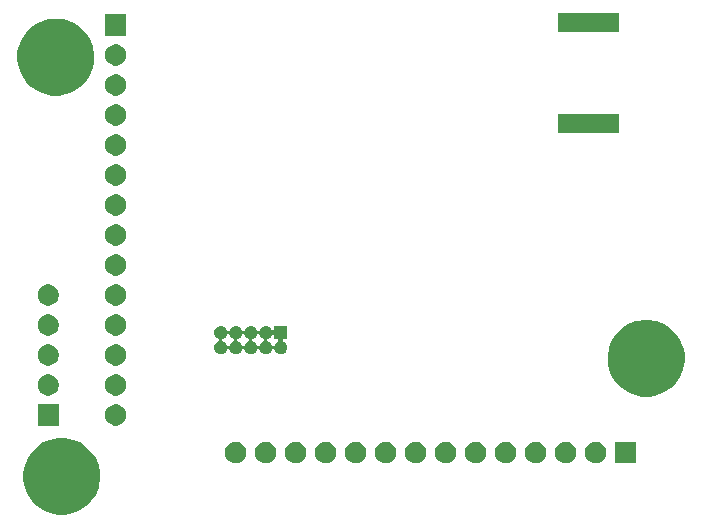
<source format=gbr>
G04 #@! TF.GenerationSoftware,KiCad,Pcbnew,(5.1.5)-3*
G04 #@! TF.CreationDate,2020-02-12T21:54:59-05:00*
G04 #@! TF.ProjectId,BGM210P_Proto,42474d32-3130-4505-9f50-726f746f2e6b,rev?*
G04 #@! TF.SameCoordinates,Original*
G04 #@! TF.FileFunction,Soldermask,Bot*
G04 #@! TF.FilePolarity,Negative*
%FSLAX46Y46*%
G04 Gerber Fmt 4.6, Leading zero omitted, Abs format (unit mm)*
G04 Created by KiCad (PCBNEW (5.1.5)-3) date 2020-02-12 21:54:59*
%MOMM*%
%LPD*%
G04 APERTURE LIST*
%ADD10C,0.100000*%
G04 APERTURE END LIST*
D10*
G36*
X151634239Y-116311467D02*
G01*
X151948282Y-116373934D01*
X152539926Y-116619001D01*
X153072392Y-116974784D01*
X153525216Y-117427608D01*
X153880999Y-117960074D01*
X154038939Y-118341375D01*
X154126066Y-118551719D01*
X154251000Y-119179803D01*
X154251000Y-119820197D01*
X154188533Y-120134239D01*
X154126066Y-120448282D01*
X153880999Y-121039926D01*
X153525216Y-121572392D01*
X153072392Y-122025216D01*
X152539926Y-122380999D01*
X151948282Y-122626066D01*
X151634239Y-122688533D01*
X151320197Y-122751000D01*
X150679803Y-122751000D01*
X150365761Y-122688533D01*
X150051718Y-122626066D01*
X149460074Y-122380999D01*
X148927608Y-122025216D01*
X148474784Y-121572392D01*
X148119001Y-121039926D01*
X147873934Y-120448282D01*
X147811467Y-120134239D01*
X147749000Y-119820197D01*
X147749000Y-119179803D01*
X147873934Y-118551719D01*
X147961061Y-118341375D01*
X148119001Y-117960074D01*
X148474784Y-117427608D01*
X148927608Y-116974784D01*
X149460074Y-116619001D01*
X150051718Y-116373934D01*
X150365761Y-116311467D01*
X150679803Y-116249000D01*
X151320197Y-116249000D01*
X151634239Y-116311467D01*
G37*
G36*
X170928512Y-116578927D02*
G01*
X171077812Y-116608624D01*
X171241784Y-116676544D01*
X171389354Y-116775147D01*
X171514853Y-116900646D01*
X171613456Y-117048216D01*
X171681376Y-117212188D01*
X171716000Y-117386259D01*
X171716000Y-117563741D01*
X171681376Y-117737812D01*
X171613456Y-117901784D01*
X171514853Y-118049354D01*
X171389354Y-118174853D01*
X171241784Y-118273456D01*
X171077812Y-118341376D01*
X170928512Y-118371073D01*
X170903742Y-118376000D01*
X170726258Y-118376000D01*
X170701488Y-118371073D01*
X170552188Y-118341376D01*
X170388216Y-118273456D01*
X170240646Y-118174853D01*
X170115147Y-118049354D01*
X170016544Y-117901784D01*
X169948624Y-117737812D01*
X169914000Y-117563741D01*
X169914000Y-117386259D01*
X169948624Y-117212188D01*
X170016544Y-117048216D01*
X170115147Y-116900646D01*
X170240646Y-116775147D01*
X170388216Y-116676544D01*
X170552188Y-116608624D01*
X170701488Y-116578927D01*
X170726258Y-116574000D01*
X170903742Y-116574000D01*
X170928512Y-116578927D01*
G37*
G36*
X165848512Y-116578927D02*
G01*
X165997812Y-116608624D01*
X166161784Y-116676544D01*
X166309354Y-116775147D01*
X166434853Y-116900646D01*
X166533456Y-117048216D01*
X166601376Y-117212188D01*
X166636000Y-117386259D01*
X166636000Y-117563741D01*
X166601376Y-117737812D01*
X166533456Y-117901784D01*
X166434853Y-118049354D01*
X166309354Y-118174853D01*
X166161784Y-118273456D01*
X165997812Y-118341376D01*
X165848512Y-118371073D01*
X165823742Y-118376000D01*
X165646258Y-118376000D01*
X165621488Y-118371073D01*
X165472188Y-118341376D01*
X165308216Y-118273456D01*
X165160646Y-118174853D01*
X165035147Y-118049354D01*
X164936544Y-117901784D01*
X164868624Y-117737812D01*
X164834000Y-117563741D01*
X164834000Y-117386259D01*
X164868624Y-117212188D01*
X164936544Y-117048216D01*
X165035147Y-116900646D01*
X165160646Y-116775147D01*
X165308216Y-116676544D01*
X165472188Y-116608624D01*
X165621488Y-116578927D01*
X165646258Y-116574000D01*
X165823742Y-116574000D01*
X165848512Y-116578927D01*
G37*
G36*
X168388512Y-116578927D02*
G01*
X168537812Y-116608624D01*
X168701784Y-116676544D01*
X168849354Y-116775147D01*
X168974853Y-116900646D01*
X169073456Y-117048216D01*
X169141376Y-117212188D01*
X169176000Y-117386259D01*
X169176000Y-117563741D01*
X169141376Y-117737812D01*
X169073456Y-117901784D01*
X168974853Y-118049354D01*
X168849354Y-118174853D01*
X168701784Y-118273456D01*
X168537812Y-118341376D01*
X168388512Y-118371073D01*
X168363742Y-118376000D01*
X168186258Y-118376000D01*
X168161488Y-118371073D01*
X168012188Y-118341376D01*
X167848216Y-118273456D01*
X167700646Y-118174853D01*
X167575147Y-118049354D01*
X167476544Y-117901784D01*
X167408624Y-117737812D01*
X167374000Y-117563741D01*
X167374000Y-117386259D01*
X167408624Y-117212188D01*
X167476544Y-117048216D01*
X167575147Y-116900646D01*
X167700646Y-116775147D01*
X167848216Y-116676544D01*
X168012188Y-116608624D01*
X168161488Y-116578927D01*
X168186258Y-116574000D01*
X168363742Y-116574000D01*
X168388512Y-116578927D01*
G37*
G36*
X173468512Y-116578927D02*
G01*
X173617812Y-116608624D01*
X173781784Y-116676544D01*
X173929354Y-116775147D01*
X174054853Y-116900646D01*
X174153456Y-117048216D01*
X174221376Y-117212188D01*
X174256000Y-117386259D01*
X174256000Y-117563741D01*
X174221376Y-117737812D01*
X174153456Y-117901784D01*
X174054853Y-118049354D01*
X173929354Y-118174853D01*
X173781784Y-118273456D01*
X173617812Y-118341376D01*
X173468512Y-118371073D01*
X173443742Y-118376000D01*
X173266258Y-118376000D01*
X173241488Y-118371073D01*
X173092188Y-118341376D01*
X172928216Y-118273456D01*
X172780646Y-118174853D01*
X172655147Y-118049354D01*
X172556544Y-117901784D01*
X172488624Y-117737812D01*
X172454000Y-117563741D01*
X172454000Y-117386259D01*
X172488624Y-117212188D01*
X172556544Y-117048216D01*
X172655147Y-116900646D01*
X172780646Y-116775147D01*
X172928216Y-116676544D01*
X173092188Y-116608624D01*
X173241488Y-116578927D01*
X173266258Y-116574000D01*
X173443742Y-116574000D01*
X173468512Y-116578927D01*
G37*
G36*
X176008512Y-116578927D02*
G01*
X176157812Y-116608624D01*
X176321784Y-116676544D01*
X176469354Y-116775147D01*
X176594853Y-116900646D01*
X176693456Y-117048216D01*
X176761376Y-117212188D01*
X176796000Y-117386259D01*
X176796000Y-117563741D01*
X176761376Y-117737812D01*
X176693456Y-117901784D01*
X176594853Y-118049354D01*
X176469354Y-118174853D01*
X176321784Y-118273456D01*
X176157812Y-118341376D01*
X176008512Y-118371073D01*
X175983742Y-118376000D01*
X175806258Y-118376000D01*
X175781488Y-118371073D01*
X175632188Y-118341376D01*
X175468216Y-118273456D01*
X175320646Y-118174853D01*
X175195147Y-118049354D01*
X175096544Y-117901784D01*
X175028624Y-117737812D01*
X174994000Y-117563741D01*
X174994000Y-117386259D01*
X175028624Y-117212188D01*
X175096544Y-117048216D01*
X175195147Y-116900646D01*
X175320646Y-116775147D01*
X175468216Y-116676544D01*
X175632188Y-116608624D01*
X175781488Y-116578927D01*
X175806258Y-116574000D01*
X175983742Y-116574000D01*
X176008512Y-116578927D01*
G37*
G36*
X199656000Y-118376000D02*
G01*
X197854000Y-118376000D01*
X197854000Y-116574000D01*
X199656000Y-116574000D01*
X199656000Y-118376000D01*
G37*
G36*
X196328512Y-116578927D02*
G01*
X196477812Y-116608624D01*
X196641784Y-116676544D01*
X196789354Y-116775147D01*
X196914853Y-116900646D01*
X197013456Y-117048216D01*
X197081376Y-117212188D01*
X197116000Y-117386259D01*
X197116000Y-117563741D01*
X197081376Y-117737812D01*
X197013456Y-117901784D01*
X196914853Y-118049354D01*
X196789354Y-118174853D01*
X196641784Y-118273456D01*
X196477812Y-118341376D01*
X196328512Y-118371073D01*
X196303742Y-118376000D01*
X196126258Y-118376000D01*
X196101488Y-118371073D01*
X195952188Y-118341376D01*
X195788216Y-118273456D01*
X195640646Y-118174853D01*
X195515147Y-118049354D01*
X195416544Y-117901784D01*
X195348624Y-117737812D01*
X195314000Y-117563741D01*
X195314000Y-117386259D01*
X195348624Y-117212188D01*
X195416544Y-117048216D01*
X195515147Y-116900646D01*
X195640646Y-116775147D01*
X195788216Y-116676544D01*
X195952188Y-116608624D01*
X196101488Y-116578927D01*
X196126258Y-116574000D01*
X196303742Y-116574000D01*
X196328512Y-116578927D01*
G37*
G36*
X193788512Y-116578927D02*
G01*
X193937812Y-116608624D01*
X194101784Y-116676544D01*
X194249354Y-116775147D01*
X194374853Y-116900646D01*
X194473456Y-117048216D01*
X194541376Y-117212188D01*
X194576000Y-117386259D01*
X194576000Y-117563741D01*
X194541376Y-117737812D01*
X194473456Y-117901784D01*
X194374853Y-118049354D01*
X194249354Y-118174853D01*
X194101784Y-118273456D01*
X193937812Y-118341376D01*
X193788512Y-118371073D01*
X193763742Y-118376000D01*
X193586258Y-118376000D01*
X193561488Y-118371073D01*
X193412188Y-118341376D01*
X193248216Y-118273456D01*
X193100646Y-118174853D01*
X192975147Y-118049354D01*
X192876544Y-117901784D01*
X192808624Y-117737812D01*
X192774000Y-117563741D01*
X192774000Y-117386259D01*
X192808624Y-117212188D01*
X192876544Y-117048216D01*
X192975147Y-116900646D01*
X193100646Y-116775147D01*
X193248216Y-116676544D01*
X193412188Y-116608624D01*
X193561488Y-116578927D01*
X193586258Y-116574000D01*
X193763742Y-116574000D01*
X193788512Y-116578927D01*
G37*
G36*
X191248512Y-116578927D02*
G01*
X191397812Y-116608624D01*
X191561784Y-116676544D01*
X191709354Y-116775147D01*
X191834853Y-116900646D01*
X191933456Y-117048216D01*
X192001376Y-117212188D01*
X192036000Y-117386259D01*
X192036000Y-117563741D01*
X192001376Y-117737812D01*
X191933456Y-117901784D01*
X191834853Y-118049354D01*
X191709354Y-118174853D01*
X191561784Y-118273456D01*
X191397812Y-118341376D01*
X191248512Y-118371073D01*
X191223742Y-118376000D01*
X191046258Y-118376000D01*
X191021488Y-118371073D01*
X190872188Y-118341376D01*
X190708216Y-118273456D01*
X190560646Y-118174853D01*
X190435147Y-118049354D01*
X190336544Y-117901784D01*
X190268624Y-117737812D01*
X190234000Y-117563741D01*
X190234000Y-117386259D01*
X190268624Y-117212188D01*
X190336544Y-117048216D01*
X190435147Y-116900646D01*
X190560646Y-116775147D01*
X190708216Y-116676544D01*
X190872188Y-116608624D01*
X191021488Y-116578927D01*
X191046258Y-116574000D01*
X191223742Y-116574000D01*
X191248512Y-116578927D01*
G37*
G36*
X188708512Y-116578927D02*
G01*
X188857812Y-116608624D01*
X189021784Y-116676544D01*
X189169354Y-116775147D01*
X189294853Y-116900646D01*
X189393456Y-117048216D01*
X189461376Y-117212188D01*
X189496000Y-117386259D01*
X189496000Y-117563741D01*
X189461376Y-117737812D01*
X189393456Y-117901784D01*
X189294853Y-118049354D01*
X189169354Y-118174853D01*
X189021784Y-118273456D01*
X188857812Y-118341376D01*
X188708512Y-118371073D01*
X188683742Y-118376000D01*
X188506258Y-118376000D01*
X188481488Y-118371073D01*
X188332188Y-118341376D01*
X188168216Y-118273456D01*
X188020646Y-118174853D01*
X187895147Y-118049354D01*
X187796544Y-117901784D01*
X187728624Y-117737812D01*
X187694000Y-117563741D01*
X187694000Y-117386259D01*
X187728624Y-117212188D01*
X187796544Y-117048216D01*
X187895147Y-116900646D01*
X188020646Y-116775147D01*
X188168216Y-116676544D01*
X188332188Y-116608624D01*
X188481488Y-116578927D01*
X188506258Y-116574000D01*
X188683742Y-116574000D01*
X188708512Y-116578927D01*
G37*
G36*
X186168512Y-116578927D02*
G01*
X186317812Y-116608624D01*
X186481784Y-116676544D01*
X186629354Y-116775147D01*
X186754853Y-116900646D01*
X186853456Y-117048216D01*
X186921376Y-117212188D01*
X186956000Y-117386259D01*
X186956000Y-117563741D01*
X186921376Y-117737812D01*
X186853456Y-117901784D01*
X186754853Y-118049354D01*
X186629354Y-118174853D01*
X186481784Y-118273456D01*
X186317812Y-118341376D01*
X186168512Y-118371073D01*
X186143742Y-118376000D01*
X185966258Y-118376000D01*
X185941488Y-118371073D01*
X185792188Y-118341376D01*
X185628216Y-118273456D01*
X185480646Y-118174853D01*
X185355147Y-118049354D01*
X185256544Y-117901784D01*
X185188624Y-117737812D01*
X185154000Y-117563741D01*
X185154000Y-117386259D01*
X185188624Y-117212188D01*
X185256544Y-117048216D01*
X185355147Y-116900646D01*
X185480646Y-116775147D01*
X185628216Y-116676544D01*
X185792188Y-116608624D01*
X185941488Y-116578927D01*
X185966258Y-116574000D01*
X186143742Y-116574000D01*
X186168512Y-116578927D01*
G37*
G36*
X183628512Y-116578927D02*
G01*
X183777812Y-116608624D01*
X183941784Y-116676544D01*
X184089354Y-116775147D01*
X184214853Y-116900646D01*
X184313456Y-117048216D01*
X184381376Y-117212188D01*
X184416000Y-117386259D01*
X184416000Y-117563741D01*
X184381376Y-117737812D01*
X184313456Y-117901784D01*
X184214853Y-118049354D01*
X184089354Y-118174853D01*
X183941784Y-118273456D01*
X183777812Y-118341376D01*
X183628512Y-118371073D01*
X183603742Y-118376000D01*
X183426258Y-118376000D01*
X183401488Y-118371073D01*
X183252188Y-118341376D01*
X183088216Y-118273456D01*
X182940646Y-118174853D01*
X182815147Y-118049354D01*
X182716544Y-117901784D01*
X182648624Y-117737812D01*
X182614000Y-117563741D01*
X182614000Y-117386259D01*
X182648624Y-117212188D01*
X182716544Y-117048216D01*
X182815147Y-116900646D01*
X182940646Y-116775147D01*
X183088216Y-116676544D01*
X183252188Y-116608624D01*
X183401488Y-116578927D01*
X183426258Y-116574000D01*
X183603742Y-116574000D01*
X183628512Y-116578927D01*
G37*
G36*
X181088512Y-116578927D02*
G01*
X181237812Y-116608624D01*
X181401784Y-116676544D01*
X181549354Y-116775147D01*
X181674853Y-116900646D01*
X181773456Y-117048216D01*
X181841376Y-117212188D01*
X181876000Y-117386259D01*
X181876000Y-117563741D01*
X181841376Y-117737812D01*
X181773456Y-117901784D01*
X181674853Y-118049354D01*
X181549354Y-118174853D01*
X181401784Y-118273456D01*
X181237812Y-118341376D01*
X181088512Y-118371073D01*
X181063742Y-118376000D01*
X180886258Y-118376000D01*
X180861488Y-118371073D01*
X180712188Y-118341376D01*
X180548216Y-118273456D01*
X180400646Y-118174853D01*
X180275147Y-118049354D01*
X180176544Y-117901784D01*
X180108624Y-117737812D01*
X180074000Y-117563741D01*
X180074000Y-117386259D01*
X180108624Y-117212188D01*
X180176544Y-117048216D01*
X180275147Y-116900646D01*
X180400646Y-116775147D01*
X180548216Y-116676544D01*
X180712188Y-116608624D01*
X180861488Y-116578927D01*
X180886258Y-116574000D01*
X181063742Y-116574000D01*
X181088512Y-116578927D01*
G37*
G36*
X178548512Y-116578927D02*
G01*
X178697812Y-116608624D01*
X178861784Y-116676544D01*
X179009354Y-116775147D01*
X179134853Y-116900646D01*
X179233456Y-117048216D01*
X179301376Y-117212188D01*
X179336000Y-117386259D01*
X179336000Y-117563741D01*
X179301376Y-117737812D01*
X179233456Y-117901784D01*
X179134853Y-118049354D01*
X179009354Y-118174853D01*
X178861784Y-118273456D01*
X178697812Y-118341376D01*
X178548512Y-118371073D01*
X178523742Y-118376000D01*
X178346258Y-118376000D01*
X178321488Y-118371073D01*
X178172188Y-118341376D01*
X178008216Y-118273456D01*
X177860646Y-118174853D01*
X177735147Y-118049354D01*
X177636544Y-117901784D01*
X177568624Y-117737812D01*
X177534000Y-117563741D01*
X177534000Y-117386259D01*
X177568624Y-117212188D01*
X177636544Y-117048216D01*
X177735147Y-116900646D01*
X177860646Y-116775147D01*
X178008216Y-116676544D01*
X178172188Y-116608624D01*
X178321488Y-116578927D01*
X178346258Y-116574000D01*
X178523742Y-116574000D01*
X178548512Y-116578927D01*
G37*
G36*
X155688512Y-113403927D02*
G01*
X155837812Y-113433624D01*
X156001784Y-113501544D01*
X156149354Y-113600147D01*
X156274853Y-113725646D01*
X156373456Y-113873216D01*
X156441376Y-114037188D01*
X156476000Y-114211259D01*
X156476000Y-114388741D01*
X156441376Y-114562812D01*
X156373456Y-114726784D01*
X156274853Y-114874354D01*
X156149354Y-114999853D01*
X156001784Y-115098456D01*
X155837812Y-115166376D01*
X155688512Y-115196073D01*
X155663742Y-115201000D01*
X155486258Y-115201000D01*
X155461488Y-115196073D01*
X155312188Y-115166376D01*
X155148216Y-115098456D01*
X155000646Y-114999853D01*
X154875147Y-114874354D01*
X154776544Y-114726784D01*
X154708624Y-114562812D01*
X154674000Y-114388741D01*
X154674000Y-114211259D01*
X154708624Y-114037188D01*
X154776544Y-113873216D01*
X154875147Y-113725646D01*
X155000646Y-113600147D01*
X155148216Y-113501544D01*
X155312188Y-113433624D01*
X155461488Y-113403927D01*
X155486258Y-113399000D01*
X155663742Y-113399000D01*
X155688512Y-113403927D01*
G37*
G36*
X150761000Y-115201000D02*
G01*
X148959000Y-115201000D01*
X148959000Y-113399000D01*
X150761000Y-113399000D01*
X150761000Y-115201000D01*
G37*
G36*
X201134239Y-106311467D02*
G01*
X201448282Y-106373934D01*
X202039926Y-106619001D01*
X202440073Y-106886371D01*
X202572391Y-106974783D01*
X203025217Y-107427609D01*
X203046899Y-107460059D01*
X203380999Y-107960074D01*
X203626066Y-108551718D01*
X203665308Y-108749000D01*
X203751000Y-109179803D01*
X203751000Y-109820197D01*
X203711564Y-110018456D01*
X203626066Y-110448282D01*
X203380999Y-111039926D01*
X203025216Y-111572392D01*
X202572392Y-112025216D01*
X202039926Y-112380999D01*
X201448282Y-112626066D01*
X201134239Y-112688533D01*
X200820197Y-112751000D01*
X200179803Y-112751000D01*
X199865761Y-112688533D01*
X199551718Y-112626066D01*
X198960074Y-112380999D01*
X198427608Y-112025216D01*
X197974784Y-111572392D01*
X197619001Y-111039926D01*
X197373934Y-110448282D01*
X197288436Y-110018456D01*
X197249000Y-109820197D01*
X197249000Y-109179803D01*
X197334692Y-108749000D01*
X197373934Y-108551718D01*
X197619001Y-107960074D01*
X197953101Y-107460059D01*
X197974783Y-107427609D01*
X198427609Y-106974783D01*
X198559927Y-106886371D01*
X198960074Y-106619001D01*
X199551718Y-106373934D01*
X199865761Y-106311467D01*
X200179803Y-106249000D01*
X200820197Y-106249000D01*
X201134239Y-106311467D01*
G37*
G36*
X155688512Y-110863927D02*
G01*
X155837812Y-110893624D01*
X156001784Y-110961544D01*
X156149354Y-111060147D01*
X156274853Y-111185646D01*
X156373456Y-111333216D01*
X156441376Y-111497188D01*
X156476000Y-111671259D01*
X156476000Y-111848741D01*
X156441376Y-112022812D01*
X156373456Y-112186784D01*
X156274853Y-112334354D01*
X156149354Y-112459853D01*
X156001784Y-112558456D01*
X155837812Y-112626376D01*
X155688512Y-112656073D01*
X155663742Y-112661000D01*
X155486258Y-112661000D01*
X155461488Y-112656073D01*
X155312188Y-112626376D01*
X155148216Y-112558456D01*
X155000646Y-112459853D01*
X154875147Y-112334354D01*
X154776544Y-112186784D01*
X154708624Y-112022812D01*
X154674000Y-111848741D01*
X154674000Y-111671259D01*
X154708624Y-111497188D01*
X154776544Y-111333216D01*
X154875147Y-111185646D01*
X155000646Y-111060147D01*
X155148216Y-110961544D01*
X155312188Y-110893624D01*
X155461488Y-110863927D01*
X155486258Y-110859000D01*
X155663742Y-110859000D01*
X155688512Y-110863927D01*
G37*
G36*
X149973512Y-110863927D02*
G01*
X150122812Y-110893624D01*
X150286784Y-110961544D01*
X150434354Y-111060147D01*
X150559853Y-111185646D01*
X150658456Y-111333216D01*
X150726376Y-111497188D01*
X150761000Y-111671259D01*
X150761000Y-111848741D01*
X150726376Y-112022812D01*
X150658456Y-112186784D01*
X150559853Y-112334354D01*
X150434354Y-112459853D01*
X150286784Y-112558456D01*
X150122812Y-112626376D01*
X149973512Y-112656073D01*
X149948742Y-112661000D01*
X149771258Y-112661000D01*
X149746488Y-112656073D01*
X149597188Y-112626376D01*
X149433216Y-112558456D01*
X149285646Y-112459853D01*
X149160147Y-112334354D01*
X149061544Y-112186784D01*
X148993624Y-112022812D01*
X148959000Y-111848741D01*
X148959000Y-111671259D01*
X148993624Y-111497188D01*
X149061544Y-111333216D01*
X149160147Y-111185646D01*
X149285646Y-111060147D01*
X149433216Y-110961544D01*
X149597188Y-110893624D01*
X149746488Y-110863927D01*
X149771258Y-110859000D01*
X149948742Y-110859000D01*
X149973512Y-110863927D01*
G37*
G36*
X155688512Y-108323927D02*
G01*
X155837812Y-108353624D01*
X156001784Y-108421544D01*
X156149354Y-108520147D01*
X156274853Y-108645646D01*
X156373456Y-108793216D01*
X156441376Y-108957188D01*
X156476000Y-109131259D01*
X156476000Y-109308741D01*
X156441376Y-109482812D01*
X156373456Y-109646784D01*
X156274853Y-109794354D01*
X156149354Y-109919853D01*
X156001784Y-110018456D01*
X155837812Y-110086376D01*
X155688512Y-110116073D01*
X155663742Y-110121000D01*
X155486258Y-110121000D01*
X155461488Y-110116073D01*
X155312188Y-110086376D01*
X155148216Y-110018456D01*
X155000646Y-109919853D01*
X154875147Y-109794354D01*
X154776544Y-109646784D01*
X154708624Y-109482812D01*
X154674000Y-109308741D01*
X154674000Y-109131259D01*
X154708624Y-108957188D01*
X154776544Y-108793216D01*
X154875147Y-108645646D01*
X155000646Y-108520147D01*
X155148216Y-108421544D01*
X155312188Y-108353624D01*
X155461488Y-108323927D01*
X155486258Y-108319000D01*
X155663742Y-108319000D01*
X155688512Y-108323927D01*
G37*
G36*
X149973512Y-108323927D02*
G01*
X150122812Y-108353624D01*
X150286784Y-108421544D01*
X150434354Y-108520147D01*
X150559853Y-108645646D01*
X150658456Y-108793216D01*
X150726376Y-108957188D01*
X150761000Y-109131259D01*
X150761000Y-109308741D01*
X150726376Y-109482812D01*
X150658456Y-109646784D01*
X150559853Y-109794354D01*
X150434354Y-109919853D01*
X150286784Y-110018456D01*
X150122812Y-110086376D01*
X149973512Y-110116073D01*
X149948742Y-110121000D01*
X149771258Y-110121000D01*
X149746488Y-110116073D01*
X149597188Y-110086376D01*
X149433216Y-110018456D01*
X149285646Y-109919853D01*
X149160147Y-109794354D01*
X149061544Y-109646784D01*
X148993624Y-109482812D01*
X148959000Y-109308741D01*
X148959000Y-109131259D01*
X148993624Y-108957188D01*
X149061544Y-108793216D01*
X149160147Y-108645646D01*
X149285646Y-108520147D01*
X149433216Y-108421544D01*
X149597188Y-108353624D01*
X149746488Y-108323927D01*
X149771258Y-108319000D01*
X149948742Y-108319000D01*
X149973512Y-108323927D01*
G37*
G36*
X164625721Y-106785174D02*
G01*
X164725995Y-106826709D01*
X164725996Y-106826710D01*
X164816242Y-106887010D01*
X164892990Y-106963758D01*
X164900357Y-106974784D01*
X164953291Y-107054005D01*
X164984516Y-107129389D01*
X164996067Y-107151000D01*
X165011612Y-107169941D01*
X165030554Y-107185487D01*
X165052165Y-107197038D01*
X165075614Y-107204151D01*
X165100000Y-107206553D01*
X165124386Y-107204151D01*
X165147835Y-107197038D01*
X165169446Y-107185487D01*
X165188387Y-107169942D01*
X165203933Y-107151000D01*
X165215484Y-107129389D01*
X165246709Y-107054005D01*
X165299643Y-106974784D01*
X165307010Y-106963758D01*
X165383758Y-106887010D01*
X165474004Y-106826710D01*
X165474005Y-106826709D01*
X165574279Y-106785174D01*
X165680730Y-106764000D01*
X165789270Y-106764000D01*
X165895721Y-106785174D01*
X165995995Y-106826709D01*
X165995996Y-106826710D01*
X166086242Y-106887010D01*
X166162990Y-106963758D01*
X166170357Y-106974784D01*
X166223291Y-107054005D01*
X166254516Y-107129389D01*
X166266067Y-107151000D01*
X166281612Y-107169941D01*
X166300554Y-107185487D01*
X166322165Y-107197038D01*
X166345614Y-107204151D01*
X166370000Y-107206553D01*
X166394386Y-107204151D01*
X166417835Y-107197038D01*
X166439446Y-107185487D01*
X166458387Y-107169942D01*
X166473933Y-107151000D01*
X166485484Y-107129389D01*
X166516709Y-107054005D01*
X166569643Y-106974784D01*
X166577010Y-106963758D01*
X166653758Y-106887010D01*
X166744004Y-106826710D01*
X166744005Y-106826709D01*
X166844279Y-106785174D01*
X166950730Y-106764000D01*
X167059270Y-106764000D01*
X167165721Y-106785174D01*
X167265995Y-106826709D01*
X167265996Y-106826710D01*
X167356242Y-106887010D01*
X167432990Y-106963758D01*
X167440357Y-106974784D01*
X167493291Y-107054005D01*
X167524516Y-107129389D01*
X167536067Y-107151000D01*
X167551612Y-107169941D01*
X167570554Y-107185487D01*
X167592165Y-107197038D01*
X167615614Y-107204151D01*
X167640000Y-107206553D01*
X167664386Y-107204151D01*
X167687835Y-107197038D01*
X167709446Y-107185487D01*
X167728387Y-107169942D01*
X167743933Y-107151000D01*
X167755484Y-107129389D01*
X167786709Y-107054005D01*
X167839643Y-106974784D01*
X167847010Y-106963758D01*
X167923758Y-106887010D01*
X168014004Y-106826710D01*
X168014005Y-106826709D01*
X168114279Y-106785174D01*
X168220730Y-106764000D01*
X168329270Y-106764000D01*
X168435721Y-106785174D01*
X168535995Y-106826709D01*
X168535996Y-106826710D01*
X168626242Y-106887010D01*
X168702990Y-106963758D01*
X168710357Y-106974784D01*
X168765068Y-107056664D01*
X168780614Y-107075606D01*
X168799556Y-107091151D01*
X168821167Y-107102702D01*
X168844615Y-107109815D01*
X168869002Y-107112217D01*
X168893388Y-107109815D01*
X168916837Y-107102702D01*
X168938447Y-107091151D01*
X168957389Y-107075605D01*
X168972934Y-107056663D01*
X168984485Y-107035052D01*
X168991598Y-107011604D01*
X168994000Y-106987218D01*
X168994000Y-106764000D01*
X170096000Y-106764000D01*
X170096000Y-107866000D01*
X169872782Y-107866000D01*
X169848396Y-107868402D01*
X169824947Y-107875515D01*
X169803336Y-107887066D01*
X169784394Y-107902611D01*
X169768849Y-107921553D01*
X169757298Y-107943164D01*
X169750185Y-107966613D01*
X169747783Y-107990999D01*
X169750185Y-108015385D01*
X169757298Y-108038834D01*
X169768849Y-108060445D01*
X169784394Y-108079387D01*
X169803336Y-108094932D01*
X169864816Y-108136012D01*
X169896242Y-108157010D01*
X169972990Y-108233758D01*
X169972991Y-108233760D01*
X170033291Y-108324005D01*
X170074826Y-108424279D01*
X170096000Y-108530730D01*
X170096000Y-108639270D01*
X170074826Y-108745721D01*
X170033291Y-108845995D01*
X170033290Y-108845996D01*
X169972990Y-108936242D01*
X169896242Y-109012990D01*
X169850812Y-109043345D01*
X169805995Y-109073291D01*
X169705721Y-109114826D01*
X169599270Y-109136000D01*
X169490730Y-109136000D01*
X169384279Y-109114826D01*
X169284005Y-109073291D01*
X169239188Y-109043345D01*
X169193758Y-109012990D01*
X169117010Y-108936242D01*
X169056710Y-108845996D01*
X169056709Y-108845995D01*
X169025484Y-108770611D01*
X169013933Y-108749000D01*
X168998388Y-108730059D01*
X168979446Y-108714513D01*
X168957835Y-108702962D01*
X168934386Y-108695849D01*
X168910000Y-108693447D01*
X168885614Y-108695849D01*
X168862165Y-108702962D01*
X168840554Y-108714513D01*
X168821613Y-108730058D01*
X168806067Y-108749000D01*
X168794516Y-108770611D01*
X168763291Y-108845995D01*
X168763290Y-108845996D01*
X168702990Y-108936242D01*
X168626242Y-109012990D01*
X168580812Y-109043345D01*
X168535995Y-109073291D01*
X168435721Y-109114826D01*
X168329270Y-109136000D01*
X168220730Y-109136000D01*
X168114279Y-109114826D01*
X168014005Y-109073291D01*
X167969188Y-109043345D01*
X167923758Y-109012990D01*
X167847010Y-108936242D01*
X167786710Y-108845996D01*
X167786709Y-108845995D01*
X167755484Y-108770611D01*
X167743933Y-108749000D01*
X167728388Y-108730059D01*
X167709446Y-108714513D01*
X167687835Y-108702962D01*
X167664386Y-108695849D01*
X167640000Y-108693447D01*
X167615614Y-108695849D01*
X167592165Y-108702962D01*
X167570554Y-108714513D01*
X167551613Y-108730058D01*
X167536067Y-108749000D01*
X167524516Y-108770611D01*
X167493291Y-108845995D01*
X167493290Y-108845996D01*
X167432990Y-108936242D01*
X167356242Y-109012990D01*
X167310812Y-109043345D01*
X167265995Y-109073291D01*
X167165721Y-109114826D01*
X167059270Y-109136000D01*
X166950730Y-109136000D01*
X166844279Y-109114826D01*
X166744005Y-109073291D01*
X166699188Y-109043345D01*
X166653758Y-109012990D01*
X166577010Y-108936242D01*
X166516710Y-108845996D01*
X166516709Y-108845995D01*
X166485484Y-108770611D01*
X166473933Y-108749000D01*
X166458388Y-108730059D01*
X166439446Y-108714513D01*
X166417835Y-108702962D01*
X166394386Y-108695849D01*
X166370000Y-108693447D01*
X166345614Y-108695849D01*
X166322165Y-108702962D01*
X166300554Y-108714513D01*
X166281613Y-108730058D01*
X166266067Y-108749000D01*
X166254516Y-108770611D01*
X166223291Y-108845995D01*
X166223290Y-108845996D01*
X166162990Y-108936242D01*
X166086242Y-109012990D01*
X166040812Y-109043345D01*
X165995995Y-109073291D01*
X165895721Y-109114826D01*
X165789270Y-109136000D01*
X165680730Y-109136000D01*
X165574279Y-109114826D01*
X165474005Y-109073291D01*
X165429188Y-109043345D01*
X165383758Y-109012990D01*
X165307010Y-108936242D01*
X165246710Y-108845996D01*
X165246709Y-108845995D01*
X165215484Y-108770611D01*
X165203933Y-108749000D01*
X165188388Y-108730059D01*
X165169446Y-108714513D01*
X165147835Y-108702962D01*
X165124386Y-108695849D01*
X165100000Y-108693447D01*
X165075614Y-108695849D01*
X165052165Y-108702962D01*
X165030554Y-108714513D01*
X165011613Y-108730058D01*
X164996067Y-108749000D01*
X164984516Y-108770611D01*
X164953291Y-108845995D01*
X164953290Y-108845996D01*
X164892990Y-108936242D01*
X164816242Y-109012990D01*
X164770812Y-109043345D01*
X164725995Y-109073291D01*
X164625721Y-109114826D01*
X164519270Y-109136000D01*
X164410730Y-109136000D01*
X164304279Y-109114826D01*
X164204005Y-109073291D01*
X164159188Y-109043345D01*
X164113758Y-109012990D01*
X164037010Y-108936242D01*
X163976710Y-108845996D01*
X163976709Y-108845995D01*
X163935174Y-108745721D01*
X163914000Y-108639270D01*
X163914000Y-108530730D01*
X163935174Y-108424279D01*
X163976709Y-108324005D01*
X164037009Y-108233760D01*
X164037010Y-108233758D01*
X164113758Y-108157010D01*
X164204004Y-108096710D01*
X164204005Y-108096709D01*
X164279389Y-108065484D01*
X164301000Y-108053933D01*
X164319941Y-108038388D01*
X164335487Y-108019446D01*
X164347038Y-107997835D01*
X164354151Y-107974386D01*
X164356553Y-107950000D01*
X164573447Y-107950000D01*
X164575849Y-107974386D01*
X164582962Y-107997835D01*
X164594513Y-108019446D01*
X164610058Y-108038387D01*
X164629000Y-108053933D01*
X164650611Y-108065484D01*
X164725995Y-108096709D01*
X164725996Y-108096710D01*
X164816242Y-108157010D01*
X164892990Y-108233758D01*
X164892991Y-108233760D01*
X164953291Y-108324005D01*
X164984516Y-108399389D01*
X164996067Y-108421000D01*
X165011612Y-108439941D01*
X165030554Y-108455487D01*
X165052165Y-108467038D01*
X165075614Y-108474151D01*
X165100000Y-108476553D01*
X165124386Y-108474151D01*
X165147835Y-108467038D01*
X165169446Y-108455487D01*
X165188387Y-108439942D01*
X165203933Y-108421000D01*
X165215484Y-108399389D01*
X165246709Y-108324005D01*
X165307009Y-108233760D01*
X165307010Y-108233758D01*
X165383758Y-108157010D01*
X165474004Y-108096710D01*
X165474005Y-108096709D01*
X165549389Y-108065484D01*
X165571000Y-108053933D01*
X165589941Y-108038388D01*
X165605487Y-108019446D01*
X165617038Y-107997835D01*
X165624151Y-107974386D01*
X165626553Y-107950000D01*
X165843447Y-107950000D01*
X165845849Y-107974386D01*
X165852962Y-107997835D01*
X165864513Y-108019446D01*
X165880058Y-108038387D01*
X165899000Y-108053933D01*
X165920611Y-108065484D01*
X165995995Y-108096709D01*
X165995996Y-108096710D01*
X166086242Y-108157010D01*
X166162990Y-108233758D01*
X166162991Y-108233760D01*
X166223291Y-108324005D01*
X166254516Y-108399389D01*
X166266067Y-108421000D01*
X166281612Y-108439941D01*
X166300554Y-108455487D01*
X166322165Y-108467038D01*
X166345614Y-108474151D01*
X166370000Y-108476553D01*
X166394386Y-108474151D01*
X166417835Y-108467038D01*
X166439446Y-108455487D01*
X166458387Y-108439942D01*
X166473933Y-108421000D01*
X166485484Y-108399389D01*
X166516709Y-108324005D01*
X166577009Y-108233760D01*
X166577010Y-108233758D01*
X166653758Y-108157010D01*
X166744004Y-108096710D01*
X166744005Y-108096709D01*
X166819389Y-108065484D01*
X166841000Y-108053933D01*
X166859941Y-108038388D01*
X166875487Y-108019446D01*
X166887038Y-107997835D01*
X166894151Y-107974386D01*
X166896553Y-107950000D01*
X167113447Y-107950000D01*
X167115849Y-107974386D01*
X167122962Y-107997835D01*
X167134513Y-108019446D01*
X167150058Y-108038387D01*
X167169000Y-108053933D01*
X167190611Y-108065484D01*
X167265995Y-108096709D01*
X167265996Y-108096710D01*
X167356242Y-108157010D01*
X167432990Y-108233758D01*
X167432991Y-108233760D01*
X167493291Y-108324005D01*
X167524516Y-108399389D01*
X167536067Y-108421000D01*
X167551612Y-108439941D01*
X167570554Y-108455487D01*
X167592165Y-108467038D01*
X167615614Y-108474151D01*
X167640000Y-108476553D01*
X167664386Y-108474151D01*
X167687835Y-108467038D01*
X167709446Y-108455487D01*
X167728387Y-108439942D01*
X167743933Y-108421000D01*
X167755484Y-108399389D01*
X167786709Y-108324005D01*
X167847009Y-108233760D01*
X167847010Y-108233758D01*
X167923758Y-108157010D01*
X168014004Y-108096710D01*
X168014005Y-108096709D01*
X168089389Y-108065484D01*
X168111000Y-108053933D01*
X168129941Y-108038388D01*
X168145487Y-108019446D01*
X168157038Y-107997835D01*
X168164151Y-107974386D01*
X168166553Y-107950000D01*
X168383447Y-107950000D01*
X168385849Y-107974386D01*
X168392962Y-107997835D01*
X168404513Y-108019446D01*
X168420058Y-108038387D01*
X168439000Y-108053933D01*
X168460611Y-108065484D01*
X168535995Y-108096709D01*
X168535996Y-108096710D01*
X168626242Y-108157010D01*
X168702990Y-108233758D01*
X168702991Y-108233760D01*
X168763291Y-108324005D01*
X168794516Y-108399389D01*
X168806067Y-108421000D01*
X168821612Y-108439941D01*
X168840554Y-108455487D01*
X168862165Y-108467038D01*
X168885614Y-108474151D01*
X168910000Y-108476553D01*
X168934386Y-108474151D01*
X168957835Y-108467038D01*
X168979446Y-108455487D01*
X168998387Y-108439942D01*
X169013933Y-108421000D01*
X169025484Y-108399389D01*
X169056709Y-108324005D01*
X169117009Y-108233760D01*
X169117010Y-108233758D01*
X169193758Y-108157010D01*
X169225184Y-108136012D01*
X169286664Y-108094932D01*
X169305606Y-108079386D01*
X169321151Y-108060444D01*
X169332702Y-108038833D01*
X169339815Y-108015385D01*
X169342217Y-107990998D01*
X169339815Y-107966612D01*
X169332702Y-107943163D01*
X169321151Y-107921553D01*
X169305605Y-107902611D01*
X169286663Y-107887066D01*
X169265052Y-107875515D01*
X169241604Y-107868402D01*
X169217218Y-107866000D01*
X168994000Y-107866000D01*
X168994000Y-107642782D01*
X168991598Y-107618396D01*
X168984485Y-107594947D01*
X168972934Y-107573336D01*
X168957389Y-107554394D01*
X168938447Y-107538849D01*
X168916836Y-107527298D01*
X168893387Y-107520185D01*
X168869001Y-107517783D01*
X168844615Y-107520185D01*
X168821166Y-107527298D01*
X168799555Y-107538849D01*
X168780613Y-107554394D01*
X168765068Y-107573336D01*
X168723988Y-107634816D01*
X168702990Y-107666242D01*
X168626242Y-107742990D01*
X168580812Y-107773345D01*
X168535995Y-107803291D01*
X168460611Y-107834516D01*
X168439000Y-107846067D01*
X168420059Y-107861612D01*
X168404513Y-107880554D01*
X168392962Y-107902165D01*
X168385849Y-107925614D01*
X168383447Y-107950000D01*
X168166553Y-107950000D01*
X168164151Y-107925614D01*
X168157038Y-107902165D01*
X168145487Y-107880554D01*
X168129942Y-107861613D01*
X168111000Y-107846067D01*
X168089389Y-107834516D01*
X168014005Y-107803291D01*
X167969188Y-107773345D01*
X167923758Y-107742990D01*
X167847010Y-107666242D01*
X167815041Y-107618396D01*
X167786709Y-107575995D01*
X167755484Y-107500611D01*
X167743933Y-107479000D01*
X167728388Y-107460059D01*
X167709446Y-107444513D01*
X167687835Y-107432962D01*
X167664386Y-107425849D01*
X167640000Y-107423447D01*
X167615614Y-107425849D01*
X167592165Y-107432962D01*
X167570554Y-107444513D01*
X167551613Y-107460058D01*
X167536067Y-107479000D01*
X167524516Y-107500611D01*
X167493291Y-107575995D01*
X167464959Y-107618396D01*
X167432990Y-107666242D01*
X167356242Y-107742990D01*
X167310812Y-107773345D01*
X167265995Y-107803291D01*
X167190611Y-107834516D01*
X167169000Y-107846067D01*
X167150059Y-107861612D01*
X167134513Y-107880554D01*
X167122962Y-107902165D01*
X167115849Y-107925614D01*
X167113447Y-107950000D01*
X166896553Y-107950000D01*
X166894151Y-107925614D01*
X166887038Y-107902165D01*
X166875487Y-107880554D01*
X166859942Y-107861613D01*
X166841000Y-107846067D01*
X166819389Y-107834516D01*
X166744005Y-107803291D01*
X166699188Y-107773345D01*
X166653758Y-107742990D01*
X166577010Y-107666242D01*
X166545041Y-107618396D01*
X166516709Y-107575995D01*
X166485484Y-107500611D01*
X166473933Y-107479000D01*
X166458388Y-107460059D01*
X166439446Y-107444513D01*
X166417835Y-107432962D01*
X166394386Y-107425849D01*
X166370000Y-107423447D01*
X166345614Y-107425849D01*
X166322165Y-107432962D01*
X166300554Y-107444513D01*
X166281613Y-107460058D01*
X166266067Y-107479000D01*
X166254516Y-107500611D01*
X166223291Y-107575995D01*
X166194959Y-107618396D01*
X166162990Y-107666242D01*
X166086242Y-107742990D01*
X166040812Y-107773345D01*
X165995995Y-107803291D01*
X165920611Y-107834516D01*
X165899000Y-107846067D01*
X165880059Y-107861612D01*
X165864513Y-107880554D01*
X165852962Y-107902165D01*
X165845849Y-107925614D01*
X165843447Y-107950000D01*
X165626553Y-107950000D01*
X165624151Y-107925614D01*
X165617038Y-107902165D01*
X165605487Y-107880554D01*
X165589942Y-107861613D01*
X165571000Y-107846067D01*
X165549389Y-107834516D01*
X165474005Y-107803291D01*
X165429188Y-107773345D01*
X165383758Y-107742990D01*
X165307010Y-107666242D01*
X165275041Y-107618396D01*
X165246709Y-107575995D01*
X165215484Y-107500611D01*
X165203933Y-107479000D01*
X165188388Y-107460059D01*
X165169446Y-107444513D01*
X165147835Y-107432962D01*
X165124386Y-107425849D01*
X165100000Y-107423447D01*
X165075614Y-107425849D01*
X165052165Y-107432962D01*
X165030554Y-107444513D01*
X165011613Y-107460058D01*
X164996067Y-107479000D01*
X164984516Y-107500611D01*
X164953291Y-107575995D01*
X164924959Y-107618396D01*
X164892990Y-107666242D01*
X164816242Y-107742990D01*
X164770812Y-107773345D01*
X164725995Y-107803291D01*
X164650611Y-107834516D01*
X164629000Y-107846067D01*
X164610059Y-107861612D01*
X164594513Y-107880554D01*
X164582962Y-107902165D01*
X164575849Y-107925614D01*
X164573447Y-107950000D01*
X164356553Y-107950000D01*
X164354151Y-107925614D01*
X164347038Y-107902165D01*
X164335487Y-107880554D01*
X164319942Y-107861613D01*
X164301000Y-107846067D01*
X164279389Y-107834516D01*
X164204005Y-107803291D01*
X164159188Y-107773345D01*
X164113758Y-107742990D01*
X164037010Y-107666242D01*
X164005041Y-107618396D01*
X163976709Y-107575995D01*
X163935174Y-107475721D01*
X163914000Y-107369270D01*
X163914000Y-107260730D01*
X163935174Y-107154279D01*
X163976709Y-107054005D01*
X164029643Y-106974784D01*
X164037010Y-106963758D01*
X164113758Y-106887010D01*
X164204004Y-106826710D01*
X164204005Y-106826709D01*
X164304279Y-106785174D01*
X164410730Y-106764000D01*
X164519270Y-106764000D01*
X164625721Y-106785174D01*
G37*
G36*
X149973512Y-105783927D02*
G01*
X150122812Y-105813624D01*
X150286784Y-105881544D01*
X150434354Y-105980147D01*
X150559853Y-106105646D01*
X150658456Y-106253216D01*
X150726376Y-106417188D01*
X150761000Y-106591259D01*
X150761000Y-106768741D01*
X150726376Y-106942812D01*
X150658456Y-107106784D01*
X150559853Y-107254354D01*
X150434354Y-107379853D01*
X150286784Y-107478456D01*
X150122812Y-107546376D01*
X149973903Y-107575995D01*
X149948742Y-107581000D01*
X149771258Y-107581000D01*
X149746097Y-107575995D01*
X149597188Y-107546376D01*
X149433216Y-107478456D01*
X149285646Y-107379853D01*
X149160147Y-107254354D01*
X149061544Y-107106784D01*
X148993624Y-106942812D01*
X148959000Y-106768741D01*
X148959000Y-106591259D01*
X148993624Y-106417188D01*
X149061544Y-106253216D01*
X149160147Y-106105646D01*
X149285646Y-105980147D01*
X149433216Y-105881544D01*
X149597188Y-105813624D01*
X149746488Y-105783927D01*
X149771258Y-105779000D01*
X149948742Y-105779000D01*
X149973512Y-105783927D01*
G37*
G36*
X155688512Y-105783927D02*
G01*
X155837812Y-105813624D01*
X156001784Y-105881544D01*
X156149354Y-105980147D01*
X156274853Y-106105646D01*
X156373456Y-106253216D01*
X156441376Y-106417188D01*
X156476000Y-106591259D01*
X156476000Y-106768741D01*
X156441376Y-106942812D01*
X156373456Y-107106784D01*
X156274853Y-107254354D01*
X156149354Y-107379853D01*
X156001784Y-107478456D01*
X155837812Y-107546376D01*
X155688903Y-107575995D01*
X155663742Y-107581000D01*
X155486258Y-107581000D01*
X155461097Y-107575995D01*
X155312188Y-107546376D01*
X155148216Y-107478456D01*
X155000646Y-107379853D01*
X154875147Y-107254354D01*
X154776544Y-107106784D01*
X154708624Y-106942812D01*
X154674000Y-106768741D01*
X154674000Y-106591259D01*
X154708624Y-106417188D01*
X154776544Y-106253216D01*
X154875147Y-106105646D01*
X155000646Y-105980147D01*
X155148216Y-105881544D01*
X155312188Y-105813624D01*
X155461488Y-105783927D01*
X155486258Y-105779000D01*
X155663742Y-105779000D01*
X155688512Y-105783927D01*
G37*
G36*
X155688512Y-103243927D02*
G01*
X155837812Y-103273624D01*
X156001784Y-103341544D01*
X156149354Y-103440147D01*
X156274853Y-103565646D01*
X156373456Y-103713216D01*
X156441376Y-103877188D01*
X156476000Y-104051259D01*
X156476000Y-104228741D01*
X156441376Y-104402812D01*
X156373456Y-104566784D01*
X156274853Y-104714354D01*
X156149354Y-104839853D01*
X156001784Y-104938456D01*
X155837812Y-105006376D01*
X155688512Y-105036073D01*
X155663742Y-105041000D01*
X155486258Y-105041000D01*
X155461488Y-105036073D01*
X155312188Y-105006376D01*
X155148216Y-104938456D01*
X155000646Y-104839853D01*
X154875147Y-104714354D01*
X154776544Y-104566784D01*
X154708624Y-104402812D01*
X154674000Y-104228741D01*
X154674000Y-104051259D01*
X154708624Y-103877188D01*
X154776544Y-103713216D01*
X154875147Y-103565646D01*
X155000646Y-103440147D01*
X155148216Y-103341544D01*
X155312188Y-103273624D01*
X155461488Y-103243927D01*
X155486258Y-103239000D01*
X155663742Y-103239000D01*
X155688512Y-103243927D01*
G37*
G36*
X149973512Y-103243927D02*
G01*
X150122812Y-103273624D01*
X150286784Y-103341544D01*
X150434354Y-103440147D01*
X150559853Y-103565646D01*
X150658456Y-103713216D01*
X150726376Y-103877188D01*
X150761000Y-104051259D01*
X150761000Y-104228741D01*
X150726376Y-104402812D01*
X150658456Y-104566784D01*
X150559853Y-104714354D01*
X150434354Y-104839853D01*
X150286784Y-104938456D01*
X150122812Y-105006376D01*
X149973512Y-105036073D01*
X149948742Y-105041000D01*
X149771258Y-105041000D01*
X149746488Y-105036073D01*
X149597188Y-105006376D01*
X149433216Y-104938456D01*
X149285646Y-104839853D01*
X149160147Y-104714354D01*
X149061544Y-104566784D01*
X148993624Y-104402812D01*
X148959000Y-104228741D01*
X148959000Y-104051259D01*
X148993624Y-103877188D01*
X149061544Y-103713216D01*
X149160147Y-103565646D01*
X149285646Y-103440147D01*
X149433216Y-103341544D01*
X149597188Y-103273624D01*
X149746488Y-103243927D01*
X149771258Y-103239000D01*
X149948742Y-103239000D01*
X149973512Y-103243927D01*
G37*
G36*
X155688512Y-100703927D02*
G01*
X155837812Y-100733624D01*
X156001784Y-100801544D01*
X156149354Y-100900147D01*
X156274853Y-101025646D01*
X156373456Y-101173216D01*
X156441376Y-101337188D01*
X156476000Y-101511259D01*
X156476000Y-101688741D01*
X156441376Y-101862812D01*
X156373456Y-102026784D01*
X156274853Y-102174354D01*
X156149354Y-102299853D01*
X156001784Y-102398456D01*
X155837812Y-102466376D01*
X155688512Y-102496073D01*
X155663742Y-102501000D01*
X155486258Y-102501000D01*
X155461488Y-102496073D01*
X155312188Y-102466376D01*
X155148216Y-102398456D01*
X155000646Y-102299853D01*
X154875147Y-102174354D01*
X154776544Y-102026784D01*
X154708624Y-101862812D01*
X154674000Y-101688741D01*
X154674000Y-101511259D01*
X154708624Y-101337188D01*
X154776544Y-101173216D01*
X154875147Y-101025646D01*
X155000646Y-100900147D01*
X155148216Y-100801544D01*
X155312188Y-100733624D01*
X155461488Y-100703927D01*
X155486258Y-100699000D01*
X155663742Y-100699000D01*
X155688512Y-100703927D01*
G37*
G36*
X155688512Y-98163927D02*
G01*
X155837812Y-98193624D01*
X156001784Y-98261544D01*
X156149354Y-98360147D01*
X156274853Y-98485646D01*
X156373456Y-98633216D01*
X156441376Y-98797188D01*
X156476000Y-98971259D01*
X156476000Y-99148741D01*
X156441376Y-99322812D01*
X156373456Y-99486784D01*
X156274853Y-99634354D01*
X156149354Y-99759853D01*
X156001784Y-99858456D01*
X155837812Y-99926376D01*
X155688512Y-99956073D01*
X155663742Y-99961000D01*
X155486258Y-99961000D01*
X155461488Y-99956073D01*
X155312188Y-99926376D01*
X155148216Y-99858456D01*
X155000646Y-99759853D01*
X154875147Y-99634354D01*
X154776544Y-99486784D01*
X154708624Y-99322812D01*
X154674000Y-99148741D01*
X154674000Y-98971259D01*
X154708624Y-98797188D01*
X154776544Y-98633216D01*
X154875147Y-98485646D01*
X155000646Y-98360147D01*
X155148216Y-98261544D01*
X155312188Y-98193624D01*
X155461488Y-98163927D01*
X155486258Y-98159000D01*
X155663742Y-98159000D01*
X155688512Y-98163927D01*
G37*
G36*
X155688512Y-95623927D02*
G01*
X155837812Y-95653624D01*
X156001784Y-95721544D01*
X156149354Y-95820147D01*
X156274853Y-95945646D01*
X156373456Y-96093216D01*
X156441376Y-96257188D01*
X156476000Y-96431259D01*
X156476000Y-96608741D01*
X156441376Y-96782812D01*
X156373456Y-96946784D01*
X156274853Y-97094354D01*
X156149354Y-97219853D01*
X156001784Y-97318456D01*
X155837812Y-97386376D01*
X155688512Y-97416073D01*
X155663742Y-97421000D01*
X155486258Y-97421000D01*
X155461488Y-97416073D01*
X155312188Y-97386376D01*
X155148216Y-97318456D01*
X155000646Y-97219853D01*
X154875147Y-97094354D01*
X154776544Y-96946784D01*
X154708624Y-96782812D01*
X154674000Y-96608741D01*
X154674000Y-96431259D01*
X154708624Y-96257188D01*
X154776544Y-96093216D01*
X154875147Y-95945646D01*
X155000646Y-95820147D01*
X155148216Y-95721544D01*
X155312188Y-95653624D01*
X155461488Y-95623927D01*
X155486258Y-95619000D01*
X155663742Y-95619000D01*
X155688512Y-95623927D01*
G37*
G36*
X155688512Y-93083927D02*
G01*
X155837812Y-93113624D01*
X156001784Y-93181544D01*
X156149354Y-93280147D01*
X156274853Y-93405646D01*
X156373456Y-93553216D01*
X156441376Y-93717188D01*
X156476000Y-93891259D01*
X156476000Y-94068741D01*
X156441376Y-94242812D01*
X156373456Y-94406784D01*
X156274853Y-94554354D01*
X156149354Y-94679853D01*
X156001784Y-94778456D01*
X155837812Y-94846376D01*
X155688512Y-94876073D01*
X155663742Y-94881000D01*
X155486258Y-94881000D01*
X155461488Y-94876073D01*
X155312188Y-94846376D01*
X155148216Y-94778456D01*
X155000646Y-94679853D01*
X154875147Y-94554354D01*
X154776544Y-94406784D01*
X154708624Y-94242812D01*
X154674000Y-94068741D01*
X154674000Y-93891259D01*
X154708624Y-93717188D01*
X154776544Y-93553216D01*
X154875147Y-93405646D01*
X155000646Y-93280147D01*
X155148216Y-93181544D01*
X155312188Y-93113624D01*
X155461488Y-93083927D01*
X155486258Y-93079000D01*
X155663742Y-93079000D01*
X155688512Y-93083927D01*
G37*
G36*
X155688512Y-90543927D02*
G01*
X155837812Y-90573624D01*
X156001784Y-90641544D01*
X156149354Y-90740147D01*
X156274853Y-90865646D01*
X156373456Y-91013216D01*
X156441376Y-91177188D01*
X156476000Y-91351259D01*
X156476000Y-91528741D01*
X156441376Y-91702812D01*
X156373456Y-91866784D01*
X156274853Y-92014354D01*
X156149354Y-92139853D01*
X156001784Y-92238456D01*
X155837812Y-92306376D01*
X155688512Y-92336073D01*
X155663742Y-92341000D01*
X155486258Y-92341000D01*
X155461488Y-92336073D01*
X155312188Y-92306376D01*
X155148216Y-92238456D01*
X155000646Y-92139853D01*
X154875147Y-92014354D01*
X154776544Y-91866784D01*
X154708624Y-91702812D01*
X154674000Y-91528741D01*
X154674000Y-91351259D01*
X154708624Y-91177188D01*
X154776544Y-91013216D01*
X154875147Y-90865646D01*
X155000646Y-90740147D01*
X155148216Y-90641544D01*
X155312188Y-90573624D01*
X155461488Y-90543927D01*
X155486258Y-90539000D01*
X155663742Y-90539000D01*
X155688512Y-90543927D01*
G37*
G36*
X198171000Y-90395000D02*
G01*
X192989000Y-90395000D01*
X192989000Y-88793000D01*
X198171000Y-88793000D01*
X198171000Y-90395000D01*
G37*
G36*
X155688512Y-88003927D02*
G01*
X155837812Y-88033624D01*
X156001784Y-88101544D01*
X156149354Y-88200147D01*
X156274853Y-88325646D01*
X156373456Y-88473216D01*
X156441376Y-88637188D01*
X156476000Y-88811259D01*
X156476000Y-88988741D01*
X156441376Y-89162812D01*
X156373456Y-89326784D01*
X156274853Y-89474354D01*
X156149354Y-89599853D01*
X156001784Y-89698456D01*
X155837812Y-89766376D01*
X155688512Y-89796073D01*
X155663742Y-89801000D01*
X155486258Y-89801000D01*
X155461488Y-89796073D01*
X155312188Y-89766376D01*
X155148216Y-89698456D01*
X155000646Y-89599853D01*
X154875147Y-89474354D01*
X154776544Y-89326784D01*
X154708624Y-89162812D01*
X154674000Y-88988741D01*
X154674000Y-88811259D01*
X154708624Y-88637188D01*
X154776544Y-88473216D01*
X154875147Y-88325646D01*
X155000646Y-88200147D01*
X155148216Y-88101544D01*
X155312188Y-88033624D01*
X155461488Y-88003927D01*
X155486258Y-87999000D01*
X155663742Y-87999000D01*
X155688512Y-88003927D01*
G37*
G36*
X155688512Y-85463927D02*
G01*
X155837812Y-85493624D01*
X156001784Y-85561544D01*
X156149354Y-85660147D01*
X156274853Y-85785646D01*
X156373456Y-85933216D01*
X156441376Y-86097188D01*
X156476000Y-86271259D01*
X156476000Y-86448741D01*
X156441376Y-86622812D01*
X156373456Y-86786784D01*
X156274853Y-86934354D01*
X156149354Y-87059853D01*
X156001784Y-87158456D01*
X155837812Y-87226376D01*
X155688512Y-87256073D01*
X155663742Y-87261000D01*
X155486258Y-87261000D01*
X155461488Y-87256073D01*
X155312188Y-87226376D01*
X155148216Y-87158456D01*
X155000646Y-87059853D01*
X154875147Y-86934354D01*
X154776544Y-86786784D01*
X154708624Y-86622812D01*
X154674000Y-86448741D01*
X154674000Y-86271259D01*
X154708624Y-86097188D01*
X154776544Y-85933216D01*
X154875147Y-85785646D01*
X155000646Y-85660147D01*
X155148216Y-85561544D01*
X155312188Y-85493624D01*
X155461488Y-85463927D01*
X155486258Y-85459000D01*
X155663742Y-85459000D01*
X155688512Y-85463927D01*
G37*
G36*
X151134239Y-80811467D02*
G01*
X151448282Y-80873934D01*
X152039926Y-81119001D01*
X152572392Y-81474784D01*
X153025216Y-81927608D01*
X153380999Y-82460074D01*
X153626066Y-83051718D01*
X153664641Y-83245646D01*
X153751000Y-83679803D01*
X153751000Y-84320197D01*
X153711286Y-84519852D01*
X153626066Y-84948282D01*
X153380999Y-85539926D01*
X153025216Y-86072392D01*
X152572392Y-86525216D01*
X152039926Y-86880999D01*
X151448282Y-87126066D01*
X151285446Y-87158456D01*
X150820197Y-87251000D01*
X150179803Y-87251000D01*
X149714554Y-87158456D01*
X149551718Y-87126066D01*
X148960074Y-86880999D01*
X148427608Y-86525216D01*
X147974784Y-86072392D01*
X147619001Y-85539926D01*
X147373934Y-84948282D01*
X147288714Y-84519852D01*
X147249000Y-84320197D01*
X147249000Y-83679803D01*
X147335359Y-83245646D01*
X147373934Y-83051718D01*
X147619001Y-82460074D01*
X147974784Y-81927608D01*
X148427608Y-81474784D01*
X148960074Y-81119001D01*
X149551718Y-80873934D01*
X149865761Y-80811467D01*
X150179803Y-80749000D01*
X150820197Y-80749000D01*
X151134239Y-80811467D01*
G37*
G36*
X155688512Y-82923927D02*
G01*
X155837812Y-82953624D01*
X156001784Y-83021544D01*
X156149354Y-83120147D01*
X156274853Y-83245646D01*
X156373456Y-83393216D01*
X156441376Y-83557188D01*
X156465765Y-83679803D01*
X156472270Y-83712504D01*
X156476000Y-83731259D01*
X156476000Y-83908741D01*
X156441376Y-84082812D01*
X156373456Y-84246784D01*
X156274853Y-84394354D01*
X156149354Y-84519853D01*
X156001784Y-84618456D01*
X155837812Y-84686376D01*
X155688512Y-84716073D01*
X155663742Y-84721000D01*
X155486258Y-84721000D01*
X155461488Y-84716073D01*
X155312188Y-84686376D01*
X155148216Y-84618456D01*
X155000646Y-84519853D01*
X154875147Y-84394354D01*
X154776544Y-84246784D01*
X154708624Y-84082812D01*
X154674000Y-83908741D01*
X154674000Y-83731259D01*
X154677731Y-83712504D01*
X154684235Y-83679803D01*
X154708624Y-83557188D01*
X154776544Y-83393216D01*
X154875147Y-83245646D01*
X155000646Y-83120147D01*
X155148216Y-83021544D01*
X155312188Y-82953624D01*
X155461488Y-82923927D01*
X155486258Y-82919000D01*
X155663742Y-82919000D01*
X155688512Y-82923927D01*
G37*
G36*
X156476000Y-82181000D02*
G01*
X154674000Y-82181000D01*
X154674000Y-80379000D01*
X156476000Y-80379000D01*
X156476000Y-82181000D01*
G37*
G36*
X198171000Y-81895000D02*
G01*
X192989000Y-81895000D01*
X192989000Y-80293000D01*
X198171000Y-80293000D01*
X198171000Y-81895000D01*
G37*
M02*

</source>
